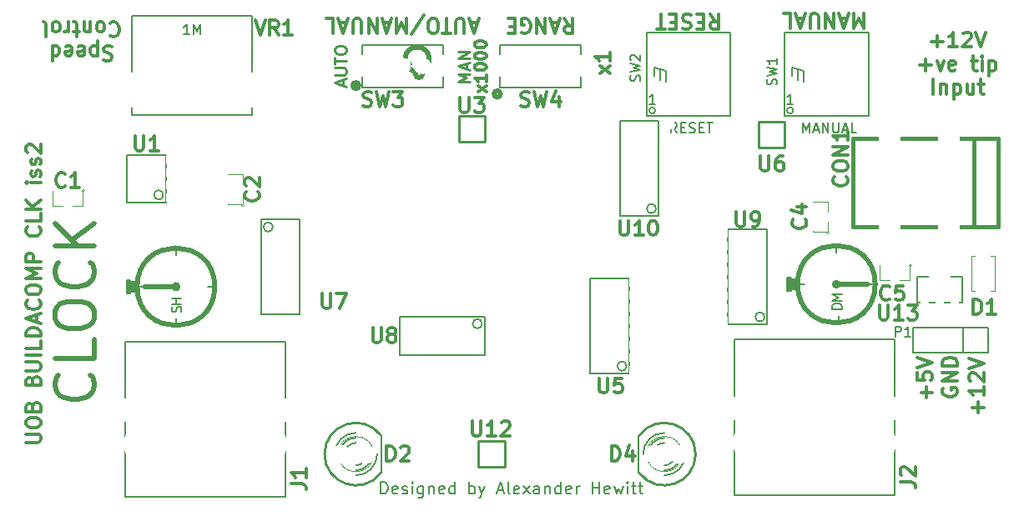
<source format=gto>
G04 (created by PCBNEW (2013-mar-13)-testing) date Tue 15 Oct 2013 19:00:41 BST*
%MOIN*%
G04 Gerber Fmt 3.4, Leading zero omitted, Abs format*
%FSLAX34Y34*%
G01*
G70*
G90*
G04 APERTURE LIST*
%ADD10C,0.005906*%
%ADD11C,0.011811*%
%ADD12C,0.007874*%
%ADD13C,0.019685*%
%ADD14C,0.009843*%
%ADD15C,0.006693*%
%ADD16C,0.009800*%
%ADD17C,0.005000*%
%ADD18C,0.008000*%
%ADD19C,0.003000*%
%ADD20C,0.010000*%
%ADD21C,0.006000*%
%ADD22C,0.003900*%
%ADD23C,0.015000*%
%ADD24C,0.012000*%
%ADD25O,0.175197X0.139764*%
%ADD26C,0.088583*%
%ADD27R,0.021643X0.035443*%
%ADD28C,0.068898*%
%ADD29R,0.059843X0.034843*%
%ADD30R,0.034843X0.059843*%
%ADD31C,0.075843*%
%ADD32R,0.064843X0.044843*%
%ADD33R,0.044843X0.064843*%
%ADD34C,0.153543*%
%ADD35C,0.068943*%
%ADD36C,0.096457*%
%ADD37R,0.037443X0.072843*%
%ADD38R,0.037443X0.092543*%
%ADD39R,0.088543X0.118143*%
%ADD40R,0.088583X0.127953*%
%ADD41C,0.147638*%
%ADD42R,0.064943X0.096443*%
%ADD43R,0.064943X0.045243*%
%ADD44R,0.069843X0.069843*%
%ADD45C,0.069843*%
%ADD46C,0.061024*%
G04 APERTURE END LIST*
G54D10*
G54D11*
X38489Y-4831D02*
X38489Y-5421D01*
X38293Y-5000D01*
X38096Y-5421D01*
X38096Y-4831D01*
X37843Y-5000D02*
X37561Y-5000D01*
X37899Y-4831D02*
X37702Y-5421D01*
X37505Y-4831D01*
X37308Y-4831D02*
X37308Y-5421D01*
X36971Y-4831D01*
X36971Y-5421D01*
X36690Y-5421D02*
X36690Y-4943D01*
X36661Y-4887D01*
X36633Y-4859D01*
X36577Y-4831D01*
X36465Y-4831D01*
X36408Y-4859D01*
X36380Y-4887D01*
X36352Y-4943D01*
X36352Y-5421D01*
X36099Y-5000D02*
X35818Y-5000D01*
X36155Y-4831D02*
X35958Y-5421D01*
X35762Y-4831D01*
X35284Y-4831D02*
X35565Y-4831D01*
X35565Y-5421D01*
G54D12*
X30492Y-8139D02*
X30492Y-8464D01*
G54D13*
X20364Y-6850D02*
G75*
G03X20364Y-6850I-9J0D01*
G74*
G01*
X20870Y-7253D02*
G75*
G03X20870Y-7253I-141J0D01*
G74*
G01*
X21146Y-6653D02*
G75*
G03X21146Y-6653I-487J0D01*
G74*
G01*
X23990Y-8041D02*
G75*
G03X23990Y-8041I-132J0D01*
G74*
G01*
X18336Y-7706D02*
G75*
G03X18336Y-7706I-127J0D01*
G74*
G01*
G54D11*
X8473Y-6138D02*
X8388Y-6110D01*
X8248Y-6110D01*
X8191Y-6138D01*
X8163Y-6167D01*
X8135Y-6223D01*
X8135Y-6279D01*
X8163Y-6335D01*
X8191Y-6363D01*
X8248Y-6392D01*
X8360Y-6420D01*
X8416Y-6448D01*
X8444Y-6476D01*
X8473Y-6532D01*
X8473Y-6588D01*
X8444Y-6645D01*
X8416Y-6673D01*
X8360Y-6701D01*
X8219Y-6701D01*
X8135Y-6673D01*
X7882Y-6504D02*
X7882Y-5913D01*
X7882Y-6476D02*
X7826Y-6504D01*
X7713Y-6504D01*
X7657Y-6476D01*
X7629Y-6448D01*
X7601Y-6392D01*
X7601Y-6223D01*
X7629Y-6167D01*
X7657Y-6138D01*
X7713Y-6110D01*
X7826Y-6110D01*
X7882Y-6138D01*
X7123Y-6138D02*
X7179Y-6110D01*
X7291Y-6110D01*
X7348Y-6138D01*
X7376Y-6195D01*
X7376Y-6420D01*
X7348Y-6476D01*
X7291Y-6504D01*
X7179Y-6504D01*
X7123Y-6476D01*
X7095Y-6420D01*
X7095Y-6363D01*
X7376Y-6307D01*
X6616Y-6138D02*
X6673Y-6110D01*
X6785Y-6110D01*
X6841Y-6138D01*
X6870Y-6195D01*
X6870Y-6420D01*
X6841Y-6476D01*
X6785Y-6504D01*
X6673Y-6504D01*
X6616Y-6476D01*
X6588Y-6420D01*
X6588Y-6363D01*
X6870Y-6307D01*
X6082Y-6110D02*
X6082Y-6701D01*
X6082Y-6138D02*
X6138Y-6110D01*
X6251Y-6110D01*
X6307Y-6138D01*
X6335Y-6167D01*
X6363Y-6223D01*
X6363Y-6392D01*
X6335Y-6448D01*
X6307Y-6476D01*
X6251Y-6504D01*
X6138Y-6504D01*
X6082Y-6476D01*
X8388Y-5222D02*
X8416Y-5194D01*
X8501Y-5165D01*
X8557Y-5165D01*
X8641Y-5194D01*
X8697Y-5250D01*
X8726Y-5306D01*
X8754Y-5419D01*
X8754Y-5503D01*
X8726Y-5615D01*
X8697Y-5672D01*
X8641Y-5728D01*
X8557Y-5756D01*
X8501Y-5756D01*
X8416Y-5728D01*
X8388Y-5700D01*
X8051Y-5165D02*
X8107Y-5194D01*
X8135Y-5222D01*
X8163Y-5278D01*
X8163Y-5447D01*
X8135Y-5503D01*
X8107Y-5531D01*
X8051Y-5559D01*
X7966Y-5559D01*
X7910Y-5531D01*
X7882Y-5503D01*
X7854Y-5447D01*
X7854Y-5278D01*
X7882Y-5222D01*
X7910Y-5194D01*
X7966Y-5165D01*
X8051Y-5165D01*
X7601Y-5559D02*
X7601Y-5165D01*
X7601Y-5503D02*
X7573Y-5531D01*
X7516Y-5559D01*
X7432Y-5559D01*
X7376Y-5531D01*
X7348Y-5475D01*
X7348Y-5165D01*
X7151Y-5559D02*
X6926Y-5559D01*
X7066Y-5756D02*
X7066Y-5250D01*
X7038Y-5194D01*
X6982Y-5165D01*
X6926Y-5165D01*
X6729Y-5165D02*
X6729Y-5559D01*
X6729Y-5447D02*
X6701Y-5503D01*
X6673Y-5531D01*
X6616Y-5559D01*
X6560Y-5559D01*
X6279Y-5165D02*
X6335Y-5194D01*
X6363Y-5222D01*
X6392Y-5278D01*
X6392Y-5447D01*
X6363Y-5503D01*
X6335Y-5531D01*
X6279Y-5559D01*
X6195Y-5559D01*
X6138Y-5531D01*
X6110Y-5503D01*
X6082Y-5447D01*
X6082Y-5278D01*
X6110Y-5222D01*
X6138Y-5194D01*
X6195Y-5165D01*
X6279Y-5165D01*
X5745Y-5165D02*
X5801Y-5194D01*
X5829Y-5250D01*
X5829Y-5756D01*
X41203Y-5937D02*
X41653Y-5937D01*
X41428Y-6162D02*
X41428Y-5712D01*
X42244Y-6162D02*
X41906Y-6162D01*
X42075Y-6162D02*
X42075Y-5572D01*
X42019Y-5656D01*
X41962Y-5712D01*
X41906Y-5741D01*
X42469Y-5628D02*
X42497Y-5600D01*
X42553Y-5572D01*
X42694Y-5572D01*
X42750Y-5600D01*
X42778Y-5628D01*
X42806Y-5684D01*
X42806Y-5741D01*
X42778Y-5825D01*
X42440Y-6162D01*
X42806Y-6162D01*
X42975Y-5572D02*
X43172Y-6162D01*
X43368Y-5572D01*
X40739Y-6882D02*
X41189Y-6882D01*
X40964Y-7107D02*
X40964Y-6657D01*
X41414Y-6714D02*
X41555Y-7107D01*
X41695Y-6714D01*
X42145Y-7079D02*
X42089Y-7107D01*
X41976Y-7107D01*
X41920Y-7079D01*
X41892Y-7023D01*
X41892Y-6798D01*
X41920Y-6742D01*
X41976Y-6714D01*
X42089Y-6714D01*
X42145Y-6742D01*
X42173Y-6798D01*
X42173Y-6854D01*
X41892Y-6910D01*
X42792Y-6714D02*
X43017Y-6714D01*
X42876Y-6517D02*
X42876Y-7023D01*
X42904Y-7079D01*
X42961Y-7107D01*
X43017Y-7107D01*
X43214Y-7107D02*
X43214Y-6714D01*
X43214Y-6517D02*
X43186Y-6545D01*
X43214Y-6573D01*
X43242Y-6545D01*
X43214Y-6517D01*
X43214Y-6573D01*
X43495Y-6714D02*
X43495Y-7304D01*
X43495Y-6742D02*
X43551Y-6714D01*
X43664Y-6714D01*
X43720Y-6742D01*
X43748Y-6770D01*
X43776Y-6826D01*
X43776Y-6995D01*
X43748Y-7051D01*
X43720Y-7079D01*
X43664Y-7107D01*
X43551Y-7107D01*
X43495Y-7079D01*
X41273Y-8052D02*
X41273Y-7462D01*
X41555Y-7658D02*
X41555Y-8052D01*
X41555Y-7715D02*
X41583Y-7687D01*
X41639Y-7658D01*
X41723Y-7658D01*
X41780Y-7687D01*
X41808Y-7743D01*
X41808Y-8052D01*
X42089Y-7658D02*
X42089Y-8249D01*
X42089Y-7687D02*
X42145Y-7658D01*
X42258Y-7658D01*
X42314Y-7687D01*
X42342Y-7715D01*
X42370Y-7771D01*
X42370Y-7940D01*
X42342Y-7996D01*
X42314Y-8024D01*
X42258Y-8052D01*
X42145Y-8052D01*
X42089Y-8024D01*
X42876Y-7658D02*
X42876Y-8052D01*
X42623Y-7658D02*
X42623Y-7968D01*
X42651Y-8024D01*
X42708Y-8052D01*
X42792Y-8052D01*
X42848Y-8024D01*
X42876Y-7996D01*
X43073Y-7658D02*
X43298Y-7658D01*
X43158Y-7462D02*
X43158Y-7968D01*
X43186Y-8024D01*
X43242Y-8052D01*
X43298Y-8052D01*
X43063Y-20794D02*
X43063Y-20344D01*
X43288Y-20569D02*
X42838Y-20569D01*
X43288Y-19753D02*
X43288Y-20091D01*
X43288Y-19922D02*
X42698Y-19922D01*
X42782Y-19978D01*
X42838Y-20035D01*
X42866Y-20091D01*
X42754Y-19528D02*
X42726Y-19500D01*
X42698Y-19444D01*
X42698Y-19303D01*
X42726Y-19247D01*
X42754Y-19219D01*
X42810Y-19191D01*
X42866Y-19191D01*
X42951Y-19219D01*
X43288Y-19557D01*
X43288Y-19191D01*
X42698Y-19022D02*
X43288Y-18825D01*
X42698Y-18629D01*
X41673Y-19810D02*
X41645Y-19866D01*
X41645Y-19950D01*
X41673Y-20035D01*
X41729Y-20091D01*
X41785Y-20119D01*
X41898Y-20147D01*
X41982Y-20147D01*
X42095Y-20119D01*
X42151Y-20091D01*
X42207Y-20035D01*
X42235Y-19950D01*
X42235Y-19894D01*
X42207Y-19810D01*
X42179Y-19782D01*
X41982Y-19782D01*
X41982Y-19894D01*
X42235Y-19528D02*
X41645Y-19528D01*
X42235Y-19191D01*
X41645Y-19191D01*
X42235Y-18910D02*
X41645Y-18910D01*
X41645Y-18769D01*
X41673Y-18685D01*
X41729Y-18629D01*
X41785Y-18600D01*
X41898Y-18572D01*
X41982Y-18572D01*
X42095Y-18600D01*
X42151Y-18629D01*
X42207Y-18685D01*
X42235Y-18769D01*
X42235Y-18910D01*
X41006Y-20198D02*
X41006Y-19748D01*
X41231Y-19973D02*
X40781Y-19973D01*
X40641Y-19185D02*
X40641Y-19467D01*
X40922Y-19495D01*
X40894Y-19467D01*
X40866Y-19410D01*
X40866Y-19270D01*
X40894Y-19214D01*
X40922Y-19185D01*
X40978Y-19157D01*
X41119Y-19157D01*
X41175Y-19185D01*
X41203Y-19214D01*
X41231Y-19270D01*
X41231Y-19410D01*
X41203Y-19467D01*
X41175Y-19495D01*
X40641Y-18989D02*
X41231Y-18792D01*
X40641Y-18595D01*
X26532Y-5028D02*
X26729Y-5309D01*
X26870Y-5028D02*
X26870Y-5618D01*
X26645Y-5618D01*
X26588Y-5590D01*
X26560Y-5562D01*
X26532Y-5506D01*
X26532Y-5421D01*
X26560Y-5365D01*
X26588Y-5337D01*
X26645Y-5309D01*
X26870Y-5309D01*
X26307Y-5196D02*
X26026Y-5196D01*
X26363Y-5028D02*
X26167Y-5618D01*
X25970Y-5028D01*
X25773Y-5028D02*
X25773Y-5618D01*
X25435Y-5028D01*
X25435Y-5618D01*
X24845Y-5590D02*
X24901Y-5618D01*
X24985Y-5618D01*
X25070Y-5590D01*
X25126Y-5534D01*
X25154Y-5478D01*
X25182Y-5365D01*
X25182Y-5281D01*
X25154Y-5168D01*
X25126Y-5112D01*
X25070Y-5056D01*
X24985Y-5028D01*
X24929Y-5028D01*
X24845Y-5056D01*
X24817Y-5084D01*
X24817Y-5281D01*
X24929Y-5281D01*
X24564Y-5337D02*
X24367Y-5337D01*
X24282Y-5028D02*
X24564Y-5028D01*
X24564Y-5618D01*
X24282Y-5618D01*
X23073Y-5196D02*
X22792Y-5196D01*
X23129Y-5028D02*
X22933Y-5618D01*
X22736Y-5028D01*
X22539Y-5618D02*
X22539Y-5140D01*
X22511Y-5084D01*
X22483Y-5056D01*
X22426Y-5028D01*
X22314Y-5028D01*
X22258Y-5056D01*
X22230Y-5084D01*
X22201Y-5140D01*
X22201Y-5618D01*
X22005Y-5618D02*
X21667Y-5618D01*
X21836Y-5028D02*
X21836Y-5618D01*
X21358Y-5618D02*
X21245Y-5618D01*
X21189Y-5590D01*
X21133Y-5534D01*
X21105Y-5421D01*
X21105Y-5224D01*
X21133Y-5112D01*
X21189Y-5056D01*
X21245Y-5028D01*
X21358Y-5028D01*
X21414Y-5056D01*
X21470Y-5112D01*
X21498Y-5224D01*
X21498Y-5421D01*
X21470Y-5534D01*
X21414Y-5590D01*
X21358Y-5618D01*
X20430Y-5646D02*
X20936Y-4887D01*
X20233Y-5028D02*
X20233Y-5618D01*
X20036Y-5196D01*
X19839Y-5618D01*
X19839Y-5028D01*
X19586Y-5196D02*
X19305Y-5196D01*
X19642Y-5028D02*
X19446Y-5618D01*
X19249Y-5028D01*
X19052Y-5028D02*
X19052Y-5618D01*
X18714Y-5028D01*
X18714Y-5618D01*
X18433Y-5618D02*
X18433Y-5140D01*
X18405Y-5084D01*
X18377Y-5056D01*
X18321Y-5028D01*
X18208Y-5028D01*
X18152Y-5056D01*
X18124Y-5084D01*
X18096Y-5140D01*
X18096Y-5618D01*
X17843Y-5196D02*
X17561Y-5196D01*
X17899Y-5028D02*
X17702Y-5618D01*
X17505Y-5028D01*
X17027Y-5028D02*
X17308Y-5028D01*
X17308Y-5618D01*
G54D14*
X17696Y-7696D02*
X17696Y-7471D01*
X17831Y-7741D02*
X17359Y-7584D01*
X17831Y-7426D01*
X17359Y-7269D02*
X17741Y-7269D01*
X17786Y-7246D01*
X17809Y-7224D01*
X17831Y-7179D01*
X17831Y-7089D01*
X17809Y-7044D01*
X17786Y-7021D01*
X17741Y-6999D01*
X17359Y-6999D01*
X17359Y-6841D02*
X17359Y-6571D01*
X17831Y-6706D02*
X17359Y-6706D01*
X17359Y-6324D02*
X17359Y-6234D01*
X17381Y-6189D01*
X17426Y-6144D01*
X17516Y-6122D01*
X17674Y-6122D01*
X17764Y-6144D01*
X17809Y-6189D01*
X17831Y-6234D01*
X17831Y-6324D01*
X17809Y-6369D01*
X17764Y-6414D01*
X17674Y-6437D01*
X17516Y-6437D01*
X17426Y-6414D01*
X17381Y-6369D01*
X17359Y-6324D01*
X22772Y-7556D02*
X22300Y-7556D01*
X22637Y-7398D01*
X22300Y-7241D01*
X22772Y-7241D01*
X22637Y-7038D02*
X22637Y-6813D01*
X22772Y-7083D02*
X22300Y-6926D01*
X22772Y-6768D01*
X22772Y-6611D02*
X22300Y-6611D01*
X22772Y-6341D01*
X22300Y-6341D01*
G54D11*
X28357Y-7227D02*
X27964Y-6917D01*
X27964Y-7227D02*
X28357Y-6917D01*
X28357Y-6383D02*
X28357Y-6721D01*
X28357Y-6552D02*
X27767Y-6552D01*
X27851Y-6608D01*
X27907Y-6664D01*
X27935Y-6721D01*
G54D12*
X19212Y-24032D02*
X19212Y-23560D01*
X19325Y-23560D01*
X19392Y-23582D01*
X19437Y-23627D01*
X19460Y-23672D01*
X19482Y-23762D01*
X19482Y-23830D01*
X19460Y-23920D01*
X19437Y-23965D01*
X19392Y-24010D01*
X19325Y-24032D01*
X19212Y-24032D01*
X19865Y-24010D02*
X19820Y-24032D01*
X19730Y-24032D01*
X19685Y-24010D01*
X19662Y-23965D01*
X19662Y-23785D01*
X19685Y-23740D01*
X19730Y-23717D01*
X19820Y-23717D01*
X19865Y-23740D01*
X19887Y-23785D01*
X19887Y-23830D01*
X19662Y-23875D01*
X20067Y-24010D02*
X20112Y-24032D01*
X20202Y-24032D01*
X20247Y-24010D01*
X20269Y-23965D01*
X20269Y-23942D01*
X20247Y-23897D01*
X20202Y-23875D01*
X20134Y-23875D01*
X20089Y-23852D01*
X20067Y-23807D01*
X20067Y-23785D01*
X20089Y-23740D01*
X20134Y-23717D01*
X20202Y-23717D01*
X20247Y-23740D01*
X20472Y-24032D02*
X20472Y-23717D01*
X20472Y-23560D02*
X20449Y-23582D01*
X20472Y-23605D01*
X20494Y-23582D01*
X20472Y-23560D01*
X20472Y-23605D01*
X20899Y-23717D02*
X20899Y-24100D01*
X20877Y-24145D01*
X20854Y-24167D01*
X20809Y-24190D01*
X20742Y-24190D01*
X20697Y-24167D01*
X20899Y-24010D02*
X20854Y-24032D01*
X20764Y-24032D01*
X20719Y-24010D01*
X20697Y-23987D01*
X20674Y-23942D01*
X20674Y-23807D01*
X20697Y-23762D01*
X20719Y-23740D01*
X20764Y-23717D01*
X20854Y-23717D01*
X20899Y-23740D01*
X21124Y-23717D02*
X21124Y-24032D01*
X21124Y-23762D02*
X21147Y-23740D01*
X21192Y-23717D01*
X21259Y-23717D01*
X21304Y-23740D01*
X21327Y-23785D01*
X21327Y-24032D01*
X21732Y-24010D02*
X21687Y-24032D01*
X21597Y-24032D01*
X21552Y-24010D01*
X21529Y-23965D01*
X21529Y-23785D01*
X21552Y-23740D01*
X21597Y-23717D01*
X21687Y-23717D01*
X21732Y-23740D01*
X21754Y-23785D01*
X21754Y-23830D01*
X21529Y-23875D01*
X22159Y-24032D02*
X22159Y-23560D01*
X22159Y-24010D02*
X22114Y-24032D01*
X22024Y-24032D01*
X21979Y-24010D01*
X21957Y-23987D01*
X21934Y-23942D01*
X21934Y-23807D01*
X21957Y-23762D01*
X21979Y-23740D01*
X22024Y-23717D01*
X22114Y-23717D01*
X22159Y-23740D01*
X22744Y-24032D02*
X22744Y-23560D01*
X22744Y-23740D02*
X22789Y-23717D01*
X22879Y-23717D01*
X22924Y-23740D01*
X22947Y-23762D01*
X22969Y-23807D01*
X22969Y-23942D01*
X22947Y-23987D01*
X22924Y-24010D01*
X22879Y-24032D01*
X22789Y-24032D01*
X22744Y-24010D01*
X23127Y-23717D02*
X23239Y-24032D01*
X23352Y-23717D02*
X23239Y-24032D01*
X23194Y-24145D01*
X23172Y-24167D01*
X23127Y-24190D01*
X23869Y-23897D02*
X24094Y-23897D01*
X23824Y-24032D02*
X23982Y-23560D01*
X24139Y-24032D01*
X24364Y-24032D02*
X24319Y-24010D01*
X24296Y-23965D01*
X24296Y-23560D01*
X24724Y-24010D02*
X24679Y-24032D01*
X24589Y-24032D01*
X24544Y-24010D01*
X24521Y-23965D01*
X24521Y-23785D01*
X24544Y-23740D01*
X24589Y-23717D01*
X24679Y-23717D01*
X24724Y-23740D01*
X24746Y-23785D01*
X24746Y-23830D01*
X24521Y-23875D01*
X24904Y-24032D02*
X25151Y-23717D01*
X24904Y-23717D02*
X25151Y-24032D01*
X25534Y-24032D02*
X25534Y-23785D01*
X25511Y-23740D01*
X25466Y-23717D01*
X25376Y-23717D01*
X25331Y-23740D01*
X25534Y-24010D02*
X25489Y-24032D01*
X25376Y-24032D01*
X25331Y-24010D01*
X25309Y-23965D01*
X25309Y-23920D01*
X25331Y-23875D01*
X25376Y-23852D01*
X25489Y-23852D01*
X25534Y-23830D01*
X25759Y-23717D02*
X25759Y-24032D01*
X25759Y-23762D02*
X25781Y-23740D01*
X25826Y-23717D01*
X25894Y-23717D01*
X25939Y-23740D01*
X25961Y-23785D01*
X25961Y-24032D01*
X26389Y-24032D02*
X26389Y-23560D01*
X26389Y-24010D02*
X26344Y-24032D01*
X26254Y-24032D01*
X26209Y-24010D01*
X26186Y-23987D01*
X26164Y-23942D01*
X26164Y-23807D01*
X26186Y-23762D01*
X26209Y-23740D01*
X26254Y-23717D01*
X26344Y-23717D01*
X26389Y-23740D01*
X26794Y-24010D02*
X26749Y-24032D01*
X26659Y-24032D01*
X26614Y-24010D01*
X26591Y-23965D01*
X26591Y-23785D01*
X26614Y-23740D01*
X26659Y-23717D01*
X26749Y-23717D01*
X26794Y-23740D01*
X26816Y-23785D01*
X26816Y-23830D01*
X26591Y-23875D01*
X27019Y-24032D02*
X27019Y-23717D01*
X27019Y-23807D02*
X27041Y-23762D01*
X27064Y-23740D01*
X27109Y-23717D01*
X27154Y-23717D01*
X27671Y-24032D02*
X27671Y-23560D01*
X27671Y-23785D02*
X27941Y-23785D01*
X27941Y-24032D02*
X27941Y-23560D01*
X28346Y-24010D02*
X28301Y-24032D01*
X28211Y-24032D01*
X28166Y-24010D01*
X28143Y-23965D01*
X28143Y-23785D01*
X28166Y-23740D01*
X28211Y-23717D01*
X28301Y-23717D01*
X28346Y-23740D01*
X28368Y-23785D01*
X28368Y-23830D01*
X28143Y-23875D01*
X28526Y-23717D02*
X28616Y-24032D01*
X28706Y-23807D01*
X28796Y-24032D01*
X28886Y-23717D01*
X29066Y-24032D02*
X29066Y-23717D01*
X29066Y-23560D02*
X29043Y-23582D01*
X29066Y-23605D01*
X29088Y-23582D01*
X29066Y-23560D01*
X29066Y-23605D01*
X29223Y-23717D02*
X29403Y-23717D01*
X29291Y-23560D02*
X29291Y-23965D01*
X29313Y-24010D01*
X29358Y-24032D01*
X29403Y-24032D01*
X29493Y-23717D02*
X29673Y-23717D01*
X29561Y-23560D02*
X29561Y-23965D01*
X29583Y-24010D01*
X29628Y-24032D01*
X29673Y-24032D01*
G54D15*
X37619Y-16638D02*
X37225Y-16638D01*
X37225Y-16544D01*
X37244Y-16488D01*
X37281Y-16451D01*
X37319Y-16432D01*
X37394Y-16413D01*
X37450Y-16413D01*
X37525Y-16432D01*
X37562Y-16451D01*
X37600Y-16488D01*
X37619Y-16544D01*
X37619Y-16638D01*
X37619Y-16312D02*
X37225Y-16312D01*
X37506Y-16181D01*
X37225Y-16049D01*
X37619Y-16049D01*
X11241Y-16451D02*
X10847Y-16451D01*
X11034Y-16451D02*
X11034Y-16226D01*
X11241Y-16226D02*
X10847Y-16226D01*
X11222Y-16766D02*
X11241Y-16709D01*
X11241Y-16616D01*
X11222Y-16578D01*
X11203Y-16559D01*
X11166Y-16541D01*
X11128Y-16541D01*
X11091Y-16559D01*
X11072Y-16578D01*
X11053Y-16616D01*
X11034Y-16691D01*
X11016Y-16728D01*
X10997Y-16747D01*
X10959Y-16766D01*
X10922Y-16766D01*
X10884Y-16747D01*
X10866Y-16728D01*
X10847Y-16691D01*
X10847Y-16597D01*
X10866Y-16541D01*
G54D13*
X11111Y-15748D02*
G75*
G03X11111Y-15748I-88J0D01*
G74*
G01*
G54D12*
X12559Y-15748D02*
X12283Y-15748D01*
X11023Y-14212D02*
X11023Y-14488D01*
X11023Y-17283D02*
X11023Y-17007D01*
X9488Y-15748D02*
X9763Y-15748D01*
G54D13*
X37480Y-15649D02*
G75*
G03X37480Y-15649I-78J0D01*
G74*
G01*
G54D12*
X37401Y-14114D02*
X37401Y-14389D01*
X35866Y-15649D02*
X36141Y-15649D01*
X37480Y-17185D02*
X37480Y-16909D01*
X38937Y-15649D02*
X38661Y-15649D01*
G54D13*
X38952Y-15649D02*
G75*
G03X38952Y-15649I-1551J0D01*
G74*
G01*
X38661Y-15649D02*
X37401Y-15649D01*
X11023Y-15748D02*
X9763Y-15748D01*
X12574Y-15748D02*
G75*
G03X12574Y-15748I-1551J0D01*
G74*
G01*
G54D11*
X5030Y-21971D02*
X5508Y-21971D01*
X5565Y-21943D01*
X5593Y-21915D01*
X5621Y-21858D01*
X5621Y-21746D01*
X5593Y-21690D01*
X5565Y-21661D01*
X5508Y-21633D01*
X5030Y-21633D01*
X5030Y-21240D02*
X5030Y-21127D01*
X5059Y-21071D01*
X5115Y-21015D01*
X5227Y-20987D01*
X5424Y-20987D01*
X5537Y-21015D01*
X5593Y-21071D01*
X5621Y-21127D01*
X5621Y-21240D01*
X5593Y-21296D01*
X5537Y-21352D01*
X5424Y-21380D01*
X5227Y-21380D01*
X5115Y-21352D01*
X5059Y-21296D01*
X5030Y-21240D01*
X5312Y-20537D02*
X5340Y-20452D01*
X5368Y-20424D01*
X5424Y-20396D01*
X5508Y-20396D01*
X5565Y-20424D01*
X5593Y-20452D01*
X5621Y-20508D01*
X5621Y-20733D01*
X5030Y-20733D01*
X5030Y-20537D01*
X5059Y-20480D01*
X5087Y-20452D01*
X5143Y-20424D01*
X5199Y-20424D01*
X5255Y-20452D01*
X5284Y-20480D01*
X5312Y-20537D01*
X5312Y-20733D01*
X5312Y-19496D02*
X5340Y-19412D01*
X5368Y-19384D01*
X5424Y-19356D01*
X5508Y-19356D01*
X5565Y-19384D01*
X5593Y-19412D01*
X5621Y-19468D01*
X5621Y-19693D01*
X5030Y-19693D01*
X5030Y-19496D01*
X5059Y-19440D01*
X5087Y-19412D01*
X5143Y-19384D01*
X5199Y-19384D01*
X5255Y-19412D01*
X5284Y-19440D01*
X5312Y-19496D01*
X5312Y-19693D01*
X5030Y-19102D02*
X5508Y-19102D01*
X5565Y-19074D01*
X5593Y-19046D01*
X5621Y-18990D01*
X5621Y-18877D01*
X5593Y-18821D01*
X5565Y-18793D01*
X5508Y-18765D01*
X5030Y-18765D01*
X5621Y-18484D02*
X5030Y-18484D01*
X5621Y-17921D02*
X5621Y-18203D01*
X5030Y-18203D01*
X5621Y-17724D02*
X5030Y-17724D01*
X5030Y-17584D01*
X5059Y-17500D01*
X5115Y-17443D01*
X5171Y-17415D01*
X5284Y-17387D01*
X5368Y-17387D01*
X5480Y-17415D01*
X5537Y-17443D01*
X5593Y-17500D01*
X5621Y-17584D01*
X5621Y-17724D01*
X5452Y-17162D02*
X5452Y-16881D01*
X5621Y-17218D02*
X5030Y-17021D01*
X5621Y-16825D01*
X5565Y-16290D02*
X5593Y-16318D01*
X5621Y-16403D01*
X5621Y-16459D01*
X5593Y-16543D01*
X5537Y-16600D01*
X5480Y-16628D01*
X5368Y-16656D01*
X5284Y-16656D01*
X5171Y-16628D01*
X5115Y-16600D01*
X5059Y-16543D01*
X5030Y-16459D01*
X5030Y-16403D01*
X5059Y-16318D01*
X5087Y-16290D01*
X5030Y-15925D02*
X5030Y-15812D01*
X5059Y-15756D01*
X5115Y-15700D01*
X5227Y-15672D01*
X5424Y-15672D01*
X5537Y-15700D01*
X5593Y-15756D01*
X5621Y-15812D01*
X5621Y-15925D01*
X5593Y-15981D01*
X5537Y-16037D01*
X5424Y-16065D01*
X5227Y-16065D01*
X5115Y-16037D01*
X5059Y-15981D01*
X5030Y-15925D01*
X5621Y-15419D02*
X5030Y-15419D01*
X5452Y-15222D01*
X5030Y-15025D01*
X5621Y-15025D01*
X5621Y-14744D02*
X5030Y-14744D01*
X5030Y-14519D01*
X5059Y-14462D01*
X5087Y-14434D01*
X5143Y-14406D01*
X5227Y-14406D01*
X5284Y-14434D01*
X5312Y-14462D01*
X5340Y-14519D01*
X5340Y-14744D01*
X5565Y-13366D02*
X5593Y-13394D01*
X5621Y-13478D01*
X5621Y-13534D01*
X5593Y-13619D01*
X5537Y-13675D01*
X5480Y-13703D01*
X5368Y-13731D01*
X5284Y-13731D01*
X5171Y-13703D01*
X5115Y-13675D01*
X5059Y-13619D01*
X5030Y-13534D01*
X5030Y-13478D01*
X5059Y-13394D01*
X5087Y-13366D01*
X5621Y-12831D02*
X5621Y-13113D01*
X5030Y-13113D01*
X5621Y-12634D02*
X5030Y-12634D01*
X5621Y-12297D02*
X5284Y-12550D01*
X5030Y-12297D02*
X5368Y-12634D01*
X5621Y-11594D02*
X5227Y-11594D01*
X5030Y-11594D02*
X5059Y-11622D01*
X5087Y-11594D01*
X5059Y-11566D01*
X5030Y-11594D01*
X5087Y-11594D01*
X5593Y-11341D02*
X5621Y-11285D01*
X5621Y-11172D01*
X5593Y-11116D01*
X5537Y-11088D01*
X5508Y-11088D01*
X5452Y-11116D01*
X5424Y-11172D01*
X5424Y-11257D01*
X5396Y-11313D01*
X5340Y-11341D01*
X5312Y-11341D01*
X5255Y-11313D01*
X5227Y-11257D01*
X5227Y-11172D01*
X5255Y-11116D01*
X5593Y-10863D02*
X5621Y-10807D01*
X5621Y-10694D01*
X5593Y-10638D01*
X5537Y-10610D01*
X5508Y-10610D01*
X5452Y-10638D01*
X5424Y-10694D01*
X5424Y-10778D01*
X5396Y-10835D01*
X5340Y-10863D01*
X5312Y-10863D01*
X5255Y-10835D01*
X5227Y-10778D01*
X5227Y-10694D01*
X5255Y-10638D01*
X5087Y-10385D02*
X5059Y-10357D01*
X5030Y-10300D01*
X5030Y-10160D01*
X5059Y-10104D01*
X5087Y-10075D01*
X5143Y-10047D01*
X5199Y-10047D01*
X5284Y-10075D01*
X5621Y-10413D01*
X5621Y-10047D01*
G54D13*
X7609Y-19281D02*
X7684Y-19356D01*
X7759Y-19581D01*
X7759Y-19731D01*
X7684Y-19956D01*
X7534Y-20106D01*
X7384Y-20181D01*
X7084Y-20256D01*
X6859Y-20256D01*
X6559Y-20181D01*
X6409Y-20106D01*
X6259Y-19956D01*
X6184Y-19731D01*
X6184Y-19581D01*
X6259Y-19356D01*
X6334Y-19281D01*
X7759Y-17857D02*
X7759Y-18607D01*
X6184Y-18607D01*
X6184Y-17032D02*
X6184Y-16732D01*
X6259Y-16582D01*
X6409Y-16432D01*
X6709Y-16357D01*
X7234Y-16357D01*
X7534Y-16432D01*
X7684Y-16582D01*
X7759Y-16732D01*
X7759Y-17032D01*
X7684Y-17182D01*
X7534Y-17332D01*
X7234Y-17407D01*
X6709Y-17407D01*
X6409Y-17332D01*
X6259Y-17182D01*
X6184Y-17032D01*
X7609Y-14782D02*
X7684Y-14857D01*
X7759Y-15082D01*
X7759Y-15232D01*
X7684Y-15457D01*
X7534Y-15607D01*
X7384Y-15682D01*
X7084Y-15757D01*
X6859Y-15757D01*
X6559Y-15682D01*
X6409Y-15607D01*
X6259Y-15457D01*
X6184Y-15232D01*
X6184Y-15082D01*
X6259Y-14857D01*
X6334Y-14782D01*
X7759Y-14107D02*
X6184Y-14107D01*
X7759Y-13207D02*
X6859Y-13882D01*
X6184Y-13207D02*
X7084Y-14107D01*
G54D11*
X23422Y-7952D02*
X23107Y-7705D01*
X23107Y-7952D02*
X23422Y-7705D01*
X23422Y-7277D02*
X23422Y-7547D01*
X23422Y-7412D02*
X22949Y-7412D01*
X23017Y-7457D01*
X23062Y-7502D01*
X23084Y-7547D01*
X22949Y-6985D02*
X22949Y-6940D01*
X22972Y-6895D01*
X22994Y-6872D01*
X23039Y-6850D01*
X23129Y-6827D01*
X23242Y-6827D01*
X23332Y-6850D01*
X23377Y-6872D01*
X23399Y-6895D01*
X23422Y-6940D01*
X23422Y-6985D01*
X23399Y-7030D01*
X23377Y-7052D01*
X23332Y-7075D01*
X23242Y-7097D01*
X23129Y-7097D01*
X23039Y-7075D01*
X22994Y-7052D01*
X22972Y-7030D01*
X22949Y-6985D01*
X22949Y-6535D02*
X22949Y-6490D01*
X22972Y-6445D01*
X22994Y-6422D01*
X23039Y-6400D01*
X23129Y-6377D01*
X23242Y-6377D01*
X23332Y-6400D01*
X23377Y-6422D01*
X23399Y-6445D01*
X23422Y-6490D01*
X23422Y-6535D01*
X23399Y-6580D01*
X23377Y-6602D01*
X23332Y-6625D01*
X23242Y-6647D01*
X23129Y-6647D01*
X23039Y-6625D01*
X22994Y-6602D01*
X22972Y-6580D01*
X22949Y-6535D01*
X22949Y-6085D02*
X22949Y-6040D01*
X22972Y-5995D01*
X22994Y-5973D01*
X23039Y-5950D01*
X23129Y-5928D01*
X23242Y-5928D01*
X23332Y-5950D01*
X23377Y-5973D01*
X23399Y-5995D01*
X23422Y-6040D01*
X23422Y-6085D01*
X23399Y-6130D01*
X23377Y-6152D01*
X23332Y-6175D01*
X23242Y-6197D01*
X23129Y-6197D01*
X23039Y-6175D01*
X22994Y-6152D01*
X22972Y-6130D01*
X22949Y-6085D01*
X32353Y-4860D02*
X32550Y-5142D01*
X32691Y-4860D02*
X32691Y-5451D01*
X32466Y-5451D01*
X32410Y-5423D01*
X32381Y-5395D01*
X32353Y-5338D01*
X32353Y-5254D01*
X32381Y-5198D01*
X32410Y-5170D01*
X32466Y-5142D01*
X32691Y-5142D01*
X32100Y-5170D02*
X31903Y-5170D01*
X31819Y-4860D02*
X32100Y-4860D01*
X32100Y-5451D01*
X31819Y-5451D01*
X31594Y-4888D02*
X31510Y-4860D01*
X31369Y-4860D01*
X31313Y-4888D01*
X31285Y-4917D01*
X31257Y-4973D01*
X31257Y-5029D01*
X31285Y-5085D01*
X31313Y-5113D01*
X31369Y-5142D01*
X31482Y-5170D01*
X31538Y-5198D01*
X31566Y-5226D01*
X31594Y-5282D01*
X31594Y-5338D01*
X31566Y-5395D01*
X31538Y-5423D01*
X31482Y-5451D01*
X31341Y-5451D01*
X31257Y-5423D01*
X31003Y-5170D02*
X30807Y-5170D01*
X30722Y-4860D02*
X31003Y-4860D01*
X31003Y-5451D01*
X30722Y-5451D01*
X30553Y-5451D02*
X30216Y-5451D01*
X30385Y-4860D02*
X30385Y-5451D01*
G54D10*
X14074Y-8897D02*
X14074Y-4921D01*
X14074Y-4921D02*
X9271Y-4921D01*
X9271Y-4921D02*
X9271Y-8897D01*
X9271Y-8897D02*
X14074Y-8897D01*
G54D16*
X24157Y-22944D02*
X24157Y-21909D01*
X24157Y-21909D02*
X23102Y-21909D01*
X23102Y-21909D02*
X23102Y-22936D01*
X23106Y-22952D02*
X24157Y-22952D01*
X23369Y-9952D02*
X23369Y-8917D01*
X23369Y-8917D02*
X22314Y-8917D01*
X22314Y-8917D02*
X22314Y-9944D01*
X22318Y-9960D02*
X23369Y-9960D01*
X35338Y-10189D02*
X35338Y-9154D01*
X35338Y-9154D02*
X34283Y-9154D01*
X34283Y-9154D02*
X34283Y-10181D01*
X34287Y-10197D02*
X35338Y-10197D01*
G54D10*
X25590Y-6082D02*
X27204Y-6082D01*
X27204Y-6082D02*
X27204Y-7775D01*
X27204Y-7775D02*
X23976Y-7775D01*
X23976Y-7775D02*
X23976Y-6082D01*
X23976Y-6082D02*
X25590Y-6082D01*
X20078Y-6082D02*
X21692Y-6082D01*
X21692Y-6082D02*
X21692Y-7775D01*
X21692Y-7775D02*
X18464Y-7775D01*
X18464Y-7775D02*
X18464Y-6082D01*
X18464Y-6082D02*
X20078Y-6082D01*
G54D17*
X9062Y-12367D02*
X10622Y-12367D01*
X10622Y-12367D02*
X10622Y-10467D01*
X10622Y-10467D02*
X9062Y-10467D01*
X9062Y-10467D02*
X9062Y-12367D01*
X9062Y-12167D02*
X8632Y-12167D01*
X9062Y-11667D02*
X8632Y-11667D01*
X9062Y-11167D02*
X8632Y-11167D01*
X8632Y-10667D02*
X9062Y-10667D01*
X10622Y-10667D02*
X11052Y-10667D01*
X11052Y-11167D02*
X10622Y-11167D01*
X11052Y-11667D02*
X10622Y-11667D01*
X11052Y-12167D02*
X10622Y-12167D01*
X10518Y-12077D02*
G75*
G03X10518Y-12077I-186J0D01*
G74*
G01*
X28747Y-11773D02*
X28317Y-11773D01*
X28747Y-11273D02*
X28317Y-11273D01*
X28747Y-10773D02*
X28317Y-10773D01*
X28747Y-12273D02*
X28317Y-12273D01*
X28317Y-12773D02*
X28747Y-12773D01*
X28317Y-10273D02*
X28747Y-10273D01*
X28317Y-9773D02*
X28747Y-9773D01*
X28317Y-9273D02*
X28747Y-9273D01*
X30307Y-9273D02*
X30737Y-9273D01*
X30307Y-9773D02*
X30737Y-9773D01*
X30307Y-10273D02*
X30737Y-10273D01*
X30307Y-12773D02*
X30737Y-12773D01*
X30737Y-12273D02*
X30307Y-12273D01*
X30737Y-10773D02*
X30307Y-10773D01*
X30737Y-11273D02*
X30307Y-11273D01*
X30737Y-11773D02*
X30307Y-11773D01*
X30203Y-12623D02*
G75*
G03X30203Y-12623I-186J0D01*
G74*
G01*
X28747Y-12923D02*
X30307Y-12923D01*
X30307Y-12923D02*
X30307Y-9123D01*
X30307Y-9123D02*
X28747Y-9123D01*
X28747Y-9123D02*
X28747Y-12923D01*
X27566Y-18072D02*
X27136Y-18072D01*
X27566Y-17572D02*
X27136Y-17572D01*
X27566Y-17072D02*
X27136Y-17072D01*
X27566Y-18572D02*
X27136Y-18572D01*
X27136Y-19072D02*
X27566Y-19072D01*
X27136Y-16572D02*
X27566Y-16572D01*
X27136Y-16072D02*
X27566Y-16072D01*
X27136Y-15572D02*
X27566Y-15572D01*
X29126Y-15572D02*
X29556Y-15572D01*
X29126Y-16072D02*
X29556Y-16072D01*
X29126Y-16572D02*
X29556Y-16572D01*
X29126Y-19072D02*
X29556Y-19072D01*
X29556Y-18572D02*
X29126Y-18572D01*
X29556Y-17072D02*
X29126Y-17072D01*
X29556Y-17572D02*
X29126Y-17572D01*
X29556Y-18072D02*
X29126Y-18072D01*
X29022Y-18922D02*
G75*
G03X29022Y-18922I-186J0D01*
G74*
G01*
X27566Y-19222D02*
X29126Y-19222D01*
X29126Y-19222D02*
X29126Y-15422D01*
X29126Y-15422D02*
X27566Y-15422D01*
X27566Y-15422D02*
X27566Y-19222D01*
X33078Y-16104D02*
X32648Y-16104D01*
X33078Y-15604D02*
X32648Y-15604D01*
X33078Y-15104D02*
X32648Y-15104D01*
X33078Y-16604D02*
X32648Y-16604D01*
X32648Y-17104D02*
X33078Y-17104D01*
X32648Y-14604D02*
X33078Y-14604D01*
X32648Y-14104D02*
X33078Y-14104D01*
X32648Y-13604D02*
X33078Y-13604D01*
X34638Y-13604D02*
X35068Y-13604D01*
X34638Y-14104D02*
X35068Y-14104D01*
X34638Y-14604D02*
X35068Y-14604D01*
X34638Y-17104D02*
X35068Y-17104D01*
X35068Y-16604D02*
X34638Y-16604D01*
X35068Y-15104D02*
X34638Y-15104D01*
X35068Y-15604D02*
X34638Y-15604D01*
X35068Y-16104D02*
X34638Y-16104D01*
X34534Y-16954D02*
G75*
G03X34534Y-16954I-186J0D01*
G74*
G01*
X33078Y-17254D02*
X34638Y-17254D01*
X34638Y-17254D02*
X34638Y-13454D01*
X34638Y-13454D02*
X33078Y-13454D01*
X33078Y-13454D02*
X33078Y-17254D01*
X15976Y-14210D02*
X16406Y-14210D01*
X15976Y-14710D02*
X16406Y-14710D01*
X15976Y-15210D02*
X16406Y-15210D01*
X15976Y-13710D02*
X16406Y-13710D01*
X16406Y-13210D02*
X15976Y-13210D01*
X16406Y-15710D02*
X15976Y-15710D01*
X16406Y-16210D02*
X15976Y-16210D01*
X16406Y-16710D02*
X15976Y-16710D01*
X14416Y-16710D02*
X13986Y-16710D01*
X14416Y-16210D02*
X13986Y-16210D01*
X14416Y-15710D02*
X13986Y-15710D01*
X14416Y-13210D02*
X13986Y-13210D01*
X13986Y-13710D02*
X14416Y-13710D01*
X13986Y-15210D02*
X14416Y-15210D01*
X13986Y-14710D02*
X14416Y-14710D01*
X13986Y-14210D02*
X14416Y-14210D01*
X14892Y-13360D02*
G75*
G03X14892Y-13360I-186J0D01*
G74*
G01*
X15976Y-13060D02*
X14416Y-13060D01*
X14416Y-13060D02*
X14416Y-16860D01*
X14416Y-16860D02*
X15976Y-16860D01*
X15976Y-16860D02*
X15976Y-13060D01*
X23353Y-18496D02*
X23353Y-16936D01*
X23353Y-16936D02*
X19953Y-16936D01*
X19953Y-16936D02*
X19953Y-18496D01*
X19953Y-18496D02*
X23353Y-18496D01*
X22653Y-18496D02*
X22653Y-18926D01*
X22153Y-18496D02*
X22153Y-18926D01*
X21653Y-18496D02*
X21653Y-18926D01*
X23153Y-18496D02*
X23153Y-18926D01*
X21153Y-18926D02*
X21153Y-18496D01*
X20653Y-18926D02*
X20653Y-18496D01*
X20153Y-18926D02*
X20153Y-18496D01*
X20153Y-16936D02*
X20153Y-16506D01*
X20653Y-16936D02*
X20653Y-16506D01*
X23153Y-16936D02*
X23153Y-16506D01*
X22653Y-16506D02*
X22653Y-16936D01*
X21153Y-16506D02*
X21153Y-16936D01*
X21653Y-16506D02*
X21653Y-16936D01*
X22153Y-16506D02*
X22153Y-16936D01*
X23249Y-17226D02*
G75*
G03X23249Y-17226I-186J0D01*
G74*
G01*
G54D18*
X29509Y-21690D02*
X29509Y-23190D01*
G54D19*
X31237Y-22440D02*
G75*
G03X31237Y-22440I-707J0D01*
G74*
G01*
G54D20*
X29530Y-23191D02*
G75*
G03X29529Y-21690I999J751D01*
G74*
G01*
G54D21*
X30529Y-22890D02*
G75*
G03X30979Y-22440I0J450D01*
G74*
G01*
X30529Y-21990D02*
G75*
G03X30079Y-22440I0J-450D01*
G74*
G01*
X30529Y-23090D02*
G75*
G03X31179Y-22440I0J650D01*
G74*
G01*
X30529Y-21790D02*
G75*
G03X29879Y-22440I0J-650D01*
G74*
G01*
X30529Y-23290D02*
G75*
G03X31379Y-22440I0J850D01*
G74*
G01*
X30529Y-21590D02*
G75*
G03X29679Y-22440I0J-850D01*
G74*
G01*
G54D18*
X19230Y-23190D02*
X19230Y-21690D01*
G54D19*
X18917Y-22440D02*
G75*
G03X18917Y-22440I-707J0D01*
G74*
G01*
G54D20*
X19209Y-21689D02*
G75*
G03X19210Y-23190I-999J-751D01*
G74*
G01*
G54D21*
X18210Y-21990D02*
G75*
G03X17760Y-22440I0J-450D01*
G74*
G01*
X18210Y-22890D02*
G75*
G03X18660Y-22440I0J450D01*
G74*
G01*
X18210Y-21790D02*
G75*
G03X17560Y-22440I0J-650D01*
G74*
G01*
X18210Y-23090D02*
G75*
G03X18860Y-22440I0J650D01*
G74*
G01*
X18210Y-21590D02*
G75*
G03X17360Y-22440I0J-850D01*
G74*
G01*
X18210Y-23290D02*
G75*
G03X19060Y-22440I0J850D01*
G74*
G01*
G54D22*
X37121Y-13602D02*
G75*
G03X37121Y-13602I-50J0D01*
G74*
G01*
X37071Y-13152D02*
X37071Y-13552D01*
X37071Y-13552D02*
X36471Y-13552D01*
X36471Y-13552D02*
X36471Y-13152D01*
X36471Y-12752D02*
X36471Y-12352D01*
X36471Y-12352D02*
X37071Y-12352D01*
X37071Y-12352D02*
X37071Y-12752D01*
X40424Y-14896D02*
G75*
G03X40424Y-14896I-50J0D01*
G74*
G01*
X39924Y-14896D02*
X40324Y-14896D01*
X40324Y-14896D02*
X40324Y-15496D01*
X40324Y-15496D02*
X39924Y-15496D01*
X39524Y-15496D02*
X39124Y-15496D01*
X39124Y-15496D02*
X39124Y-14896D01*
X39124Y-14896D02*
X39524Y-14896D01*
X7392Y-11904D02*
G75*
G03X7392Y-11904I-50J0D01*
G74*
G01*
X6892Y-11904D02*
X7292Y-11904D01*
X7292Y-11904D02*
X7292Y-12504D01*
X7292Y-12504D02*
X6892Y-12504D01*
X6492Y-12504D02*
X6092Y-12504D01*
X6092Y-12504D02*
X6092Y-11904D01*
X6092Y-11904D02*
X6492Y-11904D01*
X13735Y-12500D02*
G75*
G03X13735Y-12500I-50J0D01*
G74*
G01*
X13685Y-12050D02*
X13685Y-12450D01*
X13685Y-12450D02*
X13085Y-12450D01*
X13085Y-12450D02*
X13085Y-12050D01*
X13085Y-11650D02*
X13085Y-11250D01*
X13085Y-11250D02*
X13685Y-11250D01*
X13685Y-11250D02*
X13685Y-11650D01*
G54D10*
X33334Y-17862D02*
X39736Y-17862D01*
X39736Y-17862D02*
X39736Y-24074D01*
X39736Y-24074D02*
X33334Y-24074D01*
X33334Y-24074D02*
X33334Y-17862D01*
X9003Y-17940D02*
X15405Y-17940D01*
X15405Y-17940D02*
X15405Y-24153D01*
X15405Y-24153D02*
X9003Y-24153D01*
X9003Y-24153D02*
X9003Y-17940D01*
G54D17*
X42025Y-16851D02*
X42225Y-16851D01*
X42225Y-16851D02*
X42225Y-16381D01*
X42025Y-16851D02*
X42025Y-16381D01*
X41435Y-16851D02*
X41435Y-16381D01*
X41635Y-16851D02*
X41635Y-16381D01*
X41435Y-16851D02*
X41635Y-16851D01*
X40845Y-16851D02*
X41045Y-16851D01*
X41045Y-16851D02*
X41045Y-16381D01*
X40845Y-16851D02*
X40845Y-16381D01*
X41180Y-15156D02*
X41890Y-15156D01*
X41890Y-15156D02*
X41890Y-15351D01*
X41180Y-15156D02*
X41180Y-15351D01*
X40630Y-16381D02*
X40630Y-15351D01*
X40630Y-15351D02*
X42440Y-15351D01*
X42440Y-15351D02*
X42440Y-16381D01*
X42440Y-16381D02*
X40630Y-16381D01*
G54D23*
X42913Y-13346D02*
X42913Y-9802D01*
X43858Y-13346D02*
X43858Y-9802D01*
X43858Y-9802D02*
X38070Y-9802D01*
X38070Y-9802D02*
X38070Y-13346D01*
X38070Y-13346D02*
X43858Y-13346D01*
G54D22*
X43563Y-14527D02*
X43740Y-14527D01*
X43741Y-15925D02*
X43741Y-14527D01*
X43741Y-15925D02*
X43544Y-15925D01*
X42992Y-15925D02*
X42795Y-15925D01*
X42795Y-15925D02*
X42795Y-14527D01*
X42795Y-14527D02*
X42972Y-14527D01*
G54D21*
X43458Y-17383D02*
X43458Y-18383D01*
X43458Y-18383D02*
X40458Y-18383D01*
X40458Y-18383D02*
X40458Y-17383D01*
X40458Y-17383D02*
X43458Y-17383D01*
X42458Y-18383D02*
X42458Y-17383D01*
G54D10*
X30173Y-8700D02*
G75*
G03X30173Y-8700I-124J0D01*
G74*
G01*
X30127Y-6968D02*
X30127Y-7322D01*
X30364Y-7047D02*
X30364Y-7480D01*
X30600Y-7125D02*
X30600Y-7559D01*
X30600Y-7125D02*
X30127Y-6968D01*
X29832Y-5570D02*
X33179Y-5570D01*
X33179Y-5570D02*
X33179Y-8917D01*
X33179Y-8917D02*
X29832Y-8917D01*
X29832Y-8917D02*
X29832Y-5570D01*
X35675Y-8700D02*
G75*
G03X35675Y-8700I-124J0D01*
G74*
G01*
X35629Y-6968D02*
X35629Y-7322D01*
X35866Y-7047D02*
X35866Y-7480D01*
X36102Y-7125D02*
X36102Y-7559D01*
X36102Y-7125D02*
X35629Y-6968D01*
X35334Y-5570D02*
X38681Y-5570D01*
X38681Y-5570D02*
X38681Y-8917D01*
X38681Y-8917D02*
X35334Y-8917D01*
X35334Y-8917D02*
X35334Y-5570D01*
G54D11*
X14187Y-5089D02*
X14384Y-5680D01*
X14580Y-5089D01*
X15115Y-5680D02*
X14918Y-5399D01*
X14777Y-5680D02*
X14777Y-5089D01*
X15002Y-5089D01*
X15059Y-5118D01*
X15087Y-5146D01*
X15115Y-5202D01*
X15115Y-5286D01*
X15087Y-5343D01*
X15059Y-5371D01*
X15002Y-5399D01*
X14777Y-5399D01*
X15677Y-5680D02*
X15340Y-5680D01*
X15508Y-5680D02*
X15508Y-5089D01*
X15452Y-5174D01*
X15396Y-5230D01*
X15340Y-5258D01*
G54D10*
X11560Y-5650D02*
X11335Y-5650D01*
X11448Y-5650D02*
X11448Y-5256D01*
X11410Y-5313D01*
X11373Y-5350D01*
X11335Y-5369D01*
X11729Y-5650D02*
X11729Y-5256D01*
X11860Y-5538D01*
X11991Y-5256D01*
X11991Y-5650D01*
G54D24*
X22859Y-21128D02*
X22859Y-21613D01*
X22888Y-21670D01*
X22916Y-21699D01*
X22973Y-21728D01*
X23088Y-21728D01*
X23145Y-21699D01*
X23173Y-21670D01*
X23202Y-21613D01*
X23202Y-21128D01*
X23802Y-21728D02*
X23459Y-21728D01*
X23630Y-21728D02*
X23630Y-21128D01*
X23573Y-21213D01*
X23516Y-21270D01*
X23459Y-21299D01*
X24030Y-21185D02*
X24059Y-21156D01*
X24116Y-21128D01*
X24259Y-21128D01*
X24316Y-21156D01*
X24345Y-21185D01*
X24373Y-21242D01*
X24373Y-21299D01*
X24345Y-21385D01*
X24002Y-21728D01*
X24373Y-21728D01*
X22377Y-8175D02*
X22377Y-8661D01*
X22406Y-8718D01*
X22434Y-8746D01*
X22491Y-8775D01*
X22606Y-8775D01*
X22663Y-8746D01*
X22691Y-8718D01*
X22720Y-8661D01*
X22720Y-8175D01*
X22948Y-8175D02*
X23320Y-8175D01*
X23120Y-8403D01*
X23206Y-8403D01*
X23263Y-8432D01*
X23291Y-8461D01*
X23320Y-8518D01*
X23320Y-8661D01*
X23291Y-8718D01*
X23263Y-8746D01*
X23206Y-8775D01*
X23034Y-8775D01*
X22977Y-8746D01*
X22948Y-8718D01*
X34366Y-10517D02*
X34366Y-11003D01*
X34394Y-11060D01*
X34423Y-11088D01*
X34480Y-11117D01*
X34594Y-11117D01*
X34651Y-11088D01*
X34680Y-11060D01*
X34708Y-11003D01*
X34708Y-10517D01*
X35251Y-10517D02*
X35137Y-10517D01*
X35080Y-10546D01*
X35051Y-10574D01*
X34994Y-10660D01*
X34966Y-10774D01*
X34966Y-11003D01*
X34994Y-11060D01*
X35023Y-11088D01*
X35080Y-11117D01*
X35194Y-11117D01*
X35251Y-11088D01*
X35280Y-11060D01*
X35308Y-11003D01*
X35308Y-10860D01*
X35280Y-10803D01*
X35251Y-10774D01*
X35194Y-10746D01*
X35080Y-10746D01*
X35023Y-10774D01*
X34994Y-10803D01*
X34966Y-10860D01*
G54D11*
X24803Y-8506D02*
X24887Y-8534D01*
X25028Y-8534D01*
X25084Y-8506D01*
X25112Y-8478D01*
X25140Y-8422D01*
X25140Y-8366D01*
X25112Y-8309D01*
X25084Y-8281D01*
X25028Y-8253D01*
X24915Y-8225D01*
X24859Y-8197D01*
X24831Y-8169D01*
X24803Y-8113D01*
X24803Y-8056D01*
X24831Y-8000D01*
X24859Y-7972D01*
X24915Y-7944D01*
X25056Y-7944D01*
X25140Y-7972D01*
X25337Y-7944D02*
X25478Y-8534D01*
X25590Y-8113D01*
X25703Y-8534D01*
X25843Y-7944D01*
X26321Y-8141D02*
X26321Y-8534D01*
X26181Y-7916D02*
X26040Y-8338D01*
X26406Y-8338D01*
X18503Y-8506D02*
X18588Y-8534D01*
X18728Y-8534D01*
X18785Y-8506D01*
X18813Y-8478D01*
X18841Y-8422D01*
X18841Y-8366D01*
X18813Y-8309D01*
X18785Y-8281D01*
X18728Y-8253D01*
X18616Y-8225D01*
X18560Y-8197D01*
X18532Y-8169D01*
X18503Y-8113D01*
X18503Y-8056D01*
X18532Y-8000D01*
X18560Y-7972D01*
X18616Y-7944D01*
X18757Y-7944D01*
X18841Y-7972D01*
X19038Y-7944D02*
X19178Y-8534D01*
X19291Y-8113D01*
X19403Y-8534D01*
X19544Y-7944D01*
X19713Y-7944D02*
X20078Y-7944D01*
X19881Y-8169D01*
X19966Y-8169D01*
X20022Y-8197D01*
X20050Y-8225D01*
X20078Y-8281D01*
X20078Y-8422D01*
X20050Y-8478D01*
X20022Y-8506D01*
X19966Y-8534D01*
X19797Y-8534D01*
X19741Y-8506D01*
X19713Y-8478D01*
X9392Y-9715D02*
X9392Y-10194D01*
X9420Y-10250D01*
X9448Y-10278D01*
X9505Y-10306D01*
X9617Y-10306D01*
X9673Y-10278D01*
X9701Y-10250D01*
X9730Y-10194D01*
X9730Y-9715D01*
X10320Y-10306D02*
X9983Y-10306D01*
X10151Y-10306D02*
X10151Y-9715D01*
X10095Y-9800D01*
X10039Y-9856D01*
X9983Y-9884D01*
X28757Y-13101D02*
X28757Y-13579D01*
X28785Y-13636D01*
X28813Y-13664D01*
X28869Y-13692D01*
X28982Y-13692D01*
X29038Y-13664D01*
X29066Y-13636D01*
X29094Y-13579D01*
X29094Y-13101D01*
X29685Y-13692D02*
X29347Y-13692D01*
X29516Y-13692D02*
X29516Y-13101D01*
X29460Y-13186D01*
X29403Y-13242D01*
X29347Y-13270D01*
X30050Y-13101D02*
X30106Y-13101D01*
X30163Y-13129D01*
X30191Y-13158D01*
X30219Y-13214D01*
X30247Y-13326D01*
X30247Y-13467D01*
X30219Y-13579D01*
X30191Y-13636D01*
X30163Y-13664D01*
X30106Y-13692D01*
X30050Y-13692D01*
X29994Y-13664D01*
X29966Y-13636D01*
X29938Y-13579D01*
X29910Y-13467D01*
X29910Y-13326D01*
X29938Y-13214D01*
X29966Y-13158D01*
X29994Y-13129D01*
X30050Y-13101D01*
X27935Y-19401D02*
X27935Y-19879D01*
X27964Y-19935D01*
X27992Y-19963D01*
X28048Y-19991D01*
X28160Y-19991D01*
X28217Y-19963D01*
X28245Y-19935D01*
X28273Y-19879D01*
X28273Y-19401D01*
X28835Y-19401D02*
X28554Y-19401D01*
X28526Y-19682D01*
X28554Y-19654D01*
X28610Y-19625D01*
X28751Y-19625D01*
X28807Y-19654D01*
X28835Y-19682D01*
X28863Y-19738D01*
X28863Y-19879D01*
X28835Y-19935D01*
X28807Y-19963D01*
X28751Y-19991D01*
X28610Y-19991D01*
X28554Y-19963D01*
X28526Y-19935D01*
X33408Y-12747D02*
X33408Y-13225D01*
X33436Y-13281D01*
X33464Y-13309D01*
X33520Y-13338D01*
X33633Y-13338D01*
X33689Y-13309D01*
X33717Y-13281D01*
X33745Y-13225D01*
X33745Y-12747D01*
X34055Y-13338D02*
X34167Y-13338D01*
X34223Y-13309D01*
X34251Y-13281D01*
X34308Y-13197D01*
X34336Y-13084D01*
X34336Y-12859D01*
X34308Y-12803D01*
X34280Y-12775D01*
X34223Y-12747D01*
X34111Y-12747D01*
X34055Y-12775D01*
X34026Y-12803D01*
X33998Y-12859D01*
X33998Y-13000D01*
X34026Y-13056D01*
X34055Y-13084D01*
X34111Y-13113D01*
X34223Y-13113D01*
X34280Y-13084D01*
X34308Y-13056D01*
X34336Y-13000D01*
X16872Y-16015D02*
X16872Y-16493D01*
X16901Y-16549D01*
X16929Y-16577D01*
X16985Y-16605D01*
X17097Y-16605D01*
X17154Y-16577D01*
X17182Y-16549D01*
X17210Y-16493D01*
X17210Y-16015D01*
X17435Y-16015D02*
X17829Y-16015D01*
X17575Y-16605D01*
X18880Y-17393D02*
X18880Y-17871D01*
X18908Y-17927D01*
X18937Y-17955D01*
X18993Y-17983D01*
X19105Y-17983D01*
X19161Y-17955D01*
X19190Y-17927D01*
X19218Y-17871D01*
X19218Y-17393D01*
X19583Y-17646D02*
X19527Y-17618D01*
X19499Y-17589D01*
X19471Y-17533D01*
X19471Y-17505D01*
X19499Y-17449D01*
X19527Y-17421D01*
X19583Y-17393D01*
X19696Y-17393D01*
X19752Y-17421D01*
X19780Y-17449D01*
X19808Y-17505D01*
X19808Y-17533D01*
X19780Y-17589D01*
X19752Y-17618D01*
X19696Y-17646D01*
X19583Y-17646D01*
X19527Y-17674D01*
X19499Y-17702D01*
X19471Y-17758D01*
X19471Y-17871D01*
X19499Y-17927D01*
X19527Y-17955D01*
X19583Y-17983D01*
X19696Y-17983D01*
X19752Y-17955D01*
X19780Y-17927D01*
X19808Y-17871D01*
X19808Y-17758D01*
X19780Y-17702D01*
X19752Y-17674D01*
X19696Y-17646D01*
X28422Y-22708D02*
X28422Y-22117D01*
X28562Y-22117D01*
X28647Y-22145D01*
X28703Y-22201D01*
X28731Y-22258D01*
X28759Y-22370D01*
X28759Y-22455D01*
X28731Y-22567D01*
X28703Y-22623D01*
X28647Y-22679D01*
X28562Y-22708D01*
X28422Y-22708D01*
X29266Y-22314D02*
X29266Y-22708D01*
X29125Y-22089D02*
X28984Y-22511D01*
X29350Y-22511D01*
X19446Y-22708D02*
X19446Y-22117D01*
X19586Y-22117D01*
X19670Y-22145D01*
X19727Y-22201D01*
X19755Y-22258D01*
X19783Y-22370D01*
X19783Y-22455D01*
X19755Y-22567D01*
X19727Y-22623D01*
X19670Y-22679D01*
X19586Y-22708D01*
X19446Y-22708D01*
X20008Y-22173D02*
X20036Y-22145D01*
X20092Y-22117D01*
X20233Y-22117D01*
X20289Y-22145D01*
X20317Y-22173D01*
X20345Y-22230D01*
X20345Y-22286D01*
X20317Y-22370D01*
X19980Y-22708D01*
X20345Y-22708D01*
X36155Y-13051D02*
X36183Y-13079D01*
X36212Y-13163D01*
X36212Y-13219D01*
X36183Y-13304D01*
X36127Y-13360D01*
X36071Y-13388D01*
X35958Y-13416D01*
X35874Y-13416D01*
X35762Y-13388D01*
X35705Y-13360D01*
X35649Y-13304D01*
X35621Y-13219D01*
X35621Y-13163D01*
X35649Y-13079D01*
X35677Y-13051D01*
X35818Y-12544D02*
X36212Y-12544D01*
X35593Y-12685D02*
X36015Y-12826D01*
X36015Y-12460D01*
X39527Y-16234D02*
X39499Y-16262D01*
X39415Y-16290D01*
X39358Y-16290D01*
X39274Y-16262D01*
X39218Y-16206D01*
X39190Y-16150D01*
X39161Y-16037D01*
X39161Y-15953D01*
X39190Y-15840D01*
X39218Y-15784D01*
X39274Y-15728D01*
X39358Y-15700D01*
X39415Y-15700D01*
X39499Y-15728D01*
X39527Y-15756D01*
X40061Y-15700D02*
X39780Y-15700D01*
X39752Y-15981D01*
X39780Y-15953D01*
X39836Y-15925D01*
X39977Y-15925D01*
X40033Y-15953D01*
X40061Y-15981D01*
X40089Y-16037D01*
X40089Y-16178D01*
X40061Y-16234D01*
X40033Y-16262D01*
X39977Y-16290D01*
X39836Y-16290D01*
X39780Y-16262D01*
X39752Y-16234D01*
X6594Y-11726D02*
X6566Y-11754D01*
X6482Y-11782D01*
X6425Y-11782D01*
X6341Y-11754D01*
X6285Y-11698D01*
X6257Y-11642D01*
X6228Y-11529D01*
X6228Y-11445D01*
X6257Y-11332D01*
X6285Y-11276D01*
X6341Y-11220D01*
X6425Y-11192D01*
X6482Y-11192D01*
X6566Y-11220D01*
X6594Y-11248D01*
X7156Y-11782D02*
X6819Y-11782D01*
X6988Y-11782D02*
X6988Y-11192D01*
X6931Y-11276D01*
X6875Y-11332D01*
X6819Y-11361D01*
X14305Y-11948D02*
X14333Y-11976D01*
X14361Y-12061D01*
X14361Y-12117D01*
X14333Y-12201D01*
X14277Y-12258D01*
X14221Y-12286D01*
X14108Y-12314D01*
X14024Y-12314D01*
X13911Y-12286D01*
X13855Y-12258D01*
X13799Y-12201D01*
X13771Y-12117D01*
X13771Y-12061D01*
X13799Y-11976D01*
X13827Y-11948D01*
X13827Y-11723D02*
X13799Y-11695D01*
X13771Y-11639D01*
X13771Y-11498D01*
X13799Y-11442D01*
X13827Y-11414D01*
X13883Y-11386D01*
X13939Y-11386D01*
X14024Y-11414D01*
X14361Y-11751D01*
X14361Y-11386D01*
G54D24*
X39947Y-23546D02*
X40375Y-23546D01*
X40461Y-23575D01*
X40518Y-23632D01*
X40547Y-23717D01*
X40547Y-23775D01*
X40004Y-23289D02*
X39975Y-23260D01*
X39947Y-23203D01*
X39947Y-23060D01*
X39975Y-23003D01*
X40004Y-22975D01*
X40061Y-22946D01*
X40118Y-22946D01*
X40204Y-22975D01*
X40547Y-23317D01*
X40547Y-22946D01*
X15616Y-23625D02*
X16044Y-23625D01*
X16130Y-23653D01*
X16187Y-23710D01*
X16216Y-23796D01*
X16216Y-23853D01*
X16216Y-23025D02*
X16216Y-23368D01*
X16216Y-23196D02*
X15616Y-23196D01*
X15702Y-23253D01*
X15759Y-23310D01*
X15787Y-23368D01*
G54D11*
X39131Y-16487D02*
X39131Y-16965D01*
X39159Y-17021D01*
X39187Y-17050D01*
X39243Y-17078D01*
X39356Y-17078D01*
X39412Y-17050D01*
X39440Y-17021D01*
X39468Y-16965D01*
X39468Y-16487D01*
X40059Y-17078D02*
X39721Y-17078D01*
X39890Y-17078D02*
X39890Y-16487D01*
X39834Y-16571D01*
X39777Y-16628D01*
X39721Y-16656D01*
X40255Y-16487D02*
X40621Y-16487D01*
X40424Y-16712D01*
X40508Y-16712D01*
X40565Y-16740D01*
X40593Y-16768D01*
X40621Y-16825D01*
X40621Y-16965D01*
X40593Y-17021D01*
X40565Y-17050D01*
X40508Y-17078D01*
X40340Y-17078D01*
X40284Y-17050D01*
X40255Y-17021D01*
X37809Y-11347D02*
X37837Y-11375D01*
X37865Y-11459D01*
X37865Y-11515D01*
X37837Y-11600D01*
X37781Y-11656D01*
X37724Y-11684D01*
X37612Y-11712D01*
X37528Y-11712D01*
X37415Y-11684D01*
X37359Y-11656D01*
X37303Y-11600D01*
X37275Y-11515D01*
X37275Y-11459D01*
X37303Y-11375D01*
X37331Y-11347D01*
X37275Y-10981D02*
X37275Y-10868D01*
X37303Y-10812D01*
X37359Y-10756D01*
X37471Y-10728D01*
X37668Y-10728D01*
X37781Y-10756D01*
X37837Y-10812D01*
X37865Y-10868D01*
X37865Y-10981D01*
X37837Y-11037D01*
X37781Y-11093D01*
X37668Y-11122D01*
X37471Y-11122D01*
X37359Y-11093D01*
X37303Y-11037D01*
X37275Y-10981D01*
X37865Y-10475D02*
X37275Y-10475D01*
X37865Y-10137D01*
X37275Y-10137D01*
X37865Y-9547D02*
X37865Y-9884D01*
X37865Y-9715D02*
X37275Y-9715D01*
X37359Y-9772D01*
X37415Y-9828D01*
X37443Y-9884D01*
X42871Y-16841D02*
X42871Y-16251D01*
X43011Y-16251D01*
X43096Y-16279D01*
X43152Y-16335D01*
X43180Y-16392D01*
X43208Y-16504D01*
X43208Y-16588D01*
X43180Y-16701D01*
X43152Y-16757D01*
X43096Y-16813D01*
X43011Y-16841D01*
X42871Y-16841D01*
X43771Y-16841D02*
X43433Y-16841D01*
X43602Y-16841D02*
X43602Y-16251D01*
X43546Y-16335D01*
X43489Y-16392D01*
X43433Y-16420D01*
G54D21*
X39763Y-17740D02*
X39763Y-17340D01*
X39916Y-17340D01*
X39954Y-17359D01*
X39973Y-17378D01*
X39992Y-17416D01*
X39992Y-17473D01*
X39973Y-17511D01*
X39954Y-17530D01*
X39916Y-17549D01*
X39763Y-17549D01*
X40373Y-17740D02*
X40144Y-17740D01*
X40259Y-17740D02*
X40259Y-17340D01*
X40220Y-17397D01*
X40182Y-17435D01*
X40144Y-17454D01*
G54D10*
X29549Y-7522D02*
X29567Y-7466D01*
X29567Y-7372D01*
X29549Y-7335D01*
X29530Y-7316D01*
X29492Y-7297D01*
X29455Y-7297D01*
X29417Y-7316D01*
X29399Y-7335D01*
X29380Y-7372D01*
X29361Y-7447D01*
X29342Y-7485D01*
X29324Y-7504D01*
X29286Y-7522D01*
X29249Y-7522D01*
X29211Y-7504D01*
X29192Y-7485D01*
X29174Y-7447D01*
X29174Y-7354D01*
X29192Y-7297D01*
X29174Y-7166D02*
X29567Y-7073D01*
X29286Y-6998D01*
X29567Y-6923D01*
X29174Y-6829D01*
X29211Y-6698D02*
X29192Y-6679D01*
X29174Y-6641D01*
X29174Y-6548D01*
X29192Y-6510D01*
X29211Y-6491D01*
X29249Y-6473D01*
X29286Y-6473D01*
X29342Y-6491D01*
X29567Y-6716D01*
X29567Y-6473D01*
X31032Y-9587D02*
X30901Y-9400D01*
X30807Y-9587D02*
X30807Y-9193D01*
X30957Y-9193D01*
X30995Y-9212D01*
X31013Y-9231D01*
X31032Y-9268D01*
X31032Y-9325D01*
X31013Y-9362D01*
X30995Y-9381D01*
X30957Y-9400D01*
X30807Y-9400D01*
X31201Y-9381D02*
X31332Y-9381D01*
X31388Y-9587D02*
X31201Y-9587D01*
X31201Y-9193D01*
X31388Y-9193D01*
X31538Y-9568D02*
X31594Y-9587D01*
X31688Y-9587D01*
X31726Y-9568D01*
X31744Y-9550D01*
X31763Y-9512D01*
X31763Y-9475D01*
X31744Y-9437D01*
X31726Y-9418D01*
X31688Y-9400D01*
X31613Y-9381D01*
X31576Y-9362D01*
X31557Y-9343D01*
X31538Y-9306D01*
X31538Y-9268D01*
X31557Y-9231D01*
X31576Y-9212D01*
X31613Y-9193D01*
X31707Y-9193D01*
X31763Y-9212D01*
X31932Y-9381D02*
X32063Y-9381D01*
X32119Y-9587D02*
X31932Y-9587D01*
X31932Y-9193D01*
X32119Y-9193D01*
X32232Y-9193D02*
X32457Y-9193D01*
X32344Y-9587D02*
X32344Y-9193D01*
X30161Y-8445D02*
X29936Y-8445D01*
X30049Y-8445D02*
X30049Y-8052D01*
X30011Y-8108D01*
X29974Y-8145D01*
X29936Y-8164D01*
X35001Y-7660D02*
X35020Y-7604D01*
X35020Y-7510D01*
X35001Y-7473D01*
X34983Y-7454D01*
X34945Y-7435D01*
X34908Y-7435D01*
X34870Y-7454D01*
X34851Y-7473D01*
X34833Y-7510D01*
X34814Y-7585D01*
X34795Y-7623D01*
X34776Y-7642D01*
X34739Y-7660D01*
X34701Y-7660D01*
X34664Y-7642D01*
X34645Y-7623D01*
X34626Y-7585D01*
X34626Y-7492D01*
X34645Y-7435D01*
X34626Y-7304D02*
X35020Y-7210D01*
X34739Y-7135D01*
X35020Y-7060D01*
X34626Y-6967D01*
X35020Y-6610D02*
X35020Y-6835D01*
X35020Y-6723D02*
X34626Y-6723D01*
X34683Y-6760D01*
X34720Y-6798D01*
X34739Y-6835D01*
X36065Y-9587D02*
X36065Y-9193D01*
X36197Y-9475D01*
X36328Y-9193D01*
X36328Y-9587D01*
X36497Y-9475D02*
X36684Y-9475D01*
X36459Y-9587D02*
X36590Y-9193D01*
X36721Y-9587D01*
X36853Y-9587D02*
X36853Y-9193D01*
X37078Y-9587D01*
X37078Y-9193D01*
X37265Y-9193D02*
X37265Y-9512D01*
X37284Y-9550D01*
X37303Y-9568D01*
X37340Y-9587D01*
X37415Y-9587D01*
X37453Y-9568D01*
X37471Y-9550D01*
X37490Y-9512D01*
X37490Y-9193D01*
X37659Y-9475D02*
X37846Y-9475D01*
X37621Y-9587D02*
X37753Y-9193D01*
X37884Y-9587D01*
X38203Y-9587D02*
X38015Y-9587D01*
X38015Y-9193D01*
X35663Y-8445D02*
X35438Y-8445D01*
X35551Y-8445D02*
X35551Y-8052D01*
X35513Y-8108D01*
X35476Y-8145D01*
X35438Y-8164D01*
G36*
X9448Y-15944D02*
X9212Y-15944D01*
X9212Y-16023D01*
X9055Y-16023D01*
X9055Y-15472D01*
X9212Y-15472D01*
X9212Y-15551D01*
X9448Y-15551D01*
X9448Y-15748D01*
X9448Y-15944D01*
X9448Y-15944D01*
G37*
G54D12*
X9448Y-15944D02*
X9212Y-15944D01*
X9212Y-16023D01*
X9055Y-16023D01*
X9055Y-15472D01*
X9212Y-15472D01*
X9212Y-15551D01*
X9448Y-15551D01*
X9448Y-15748D01*
X9448Y-15944D01*
G54D10*
G36*
X35826Y-15846D02*
X35590Y-15846D01*
X35590Y-15925D01*
X35433Y-15925D01*
X35433Y-15374D01*
X35590Y-15374D01*
X35590Y-15452D01*
X35826Y-15452D01*
X35826Y-15649D01*
X35826Y-15846D01*
X35826Y-15846D01*
G37*
G54D12*
X35826Y-15846D02*
X35590Y-15846D01*
X35590Y-15925D01*
X35433Y-15925D01*
X35433Y-15374D01*
X35590Y-15374D01*
X35590Y-15452D01*
X35826Y-15452D01*
X35826Y-15649D01*
X35826Y-15846D01*
%LPC*%
G54D25*
X14074Y-7874D03*
G54D26*
X11181Y-6574D03*
X12165Y-6574D03*
X10196Y-6574D03*
X13149Y-6574D03*
G54D25*
X9271Y-7874D03*
G54D27*
X23917Y-22212D03*
X23720Y-22212D03*
X23523Y-22212D03*
X23326Y-22212D03*
X23326Y-22665D03*
X23523Y-22665D03*
X23720Y-22665D03*
X23917Y-22665D03*
X23129Y-9220D03*
X22932Y-9220D03*
X22735Y-9220D03*
X22538Y-9220D03*
X22538Y-9673D03*
X22735Y-9673D03*
X22932Y-9673D03*
X23129Y-9673D03*
X35098Y-9457D03*
X34901Y-9457D03*
X34704Y-9457D03*
X34507Y-9457D03*
X34507Y-9910D03*
X34704Y-9910D03*
X34901Y-9910D03*
X35098Y-9910D03*
G54D28*
X24803Y-6929D03*
X26377Y-6929D03*
G54D26*
X23976Y-6929D03*
X27204Y-6929D03*
G54D28*
X25590Y-6929D03*
X19291Y-6929D03*
X20866Y-6929D03*
G54D26*
X18464Y-6929D03*
X21692Y-6929D03*
G54D28*
X20078Y-6929D03*
G54D29*
X10942Y-12167D03*
X10942Y-11667D03*
X10942Y-11167D03*
X10942Y-10667D03*
X8742Y-10667D03*
X8742Y-11167D03*
X8742Y-11667D03*
X8742Y-12167D03*
X30627Y-12773D03*
X30627Y-12273D03*
X30627Y-11773D03*
X30627Y-11273D03*
X30627Y-10773D03*
X30627Y-10273D03*
X30627Y-9773D03*
X30627Y-9273D03*
X28427Y-9273D03*
X28427Y-9773D03*
X28427Y-10273D03*
X28427Y-10773D03*
X28427Y-11273D03*
X28427Y-11773D03*
X28427Y-12273D03*
X28427Y-12773D03*
X29446Y-19072D03*
X29446Y-18572D03*
X29446Y-18072D03*
X29446Y-17572D03*
X29446Y-17072D03*
X29446Y-16572D03*
X29446Y-16072D03*
X29446Y-15572D03*
X27246Y-15572D03*
X27246Y-16072D03*
X27246Y-16572D03*
X27246Y-17072D03*
X27246Y-17572D03*
X27246Y-18072D03*
X27246Y-18572D03*
X27246Y-19072D03*
X34958Y-17104D03*
X34958Y-16604D03*
X34958Y-16104D03*
X34958Y-15604D03*
X34958Y-15104D03*
X34958Y-14604D03*
X34958Y-14104D03*
X34958Y-13604D03*
X32758Y-13604D03*
X32758Y-14104D03*
X32758Y-14604D03*
X32758Y-15104D03*
X32758Y-15604D03*
X32758Y-16104D03*
X32758Y-16604D03*
X32758Y-17104D03*
X14096Y-13210D03*
X14096Y-13710D03*
X14096Y-14210D03*
X14096Y-14710D03*
X14096Y-15210D03*
X14096Y-15710D03*
X14096Y-16210D03*
X14096Y-16710D03*
X16296Y-16710D03*
X16296Y-16210D03*
X16296Y-15710D03*
X16296Y-15210D03*
X16296Y-14710D03*
X16296Y-14210D03*
X16296Y-13710D03*
X16296Y-13210D03*
G54D30*
X23153Y-16616D03*
X22653Y-16616D03*
X22153Y-16616D03*
X21653Y-16616D03*
X21153Y-16616D03*
X20653Y-16616D03*
X20153Y-16616D03*
X20153Y-18816D03*
X20653Y-18816D03*
X21153Y-18816D03*
X21653Y-18816D03*
X22153Y-18816D03*
X22653Y-18816D03*
X23153Y-18816D03*
G54D31*
X31129Y-22440D03*
X30129Y-22440D03*
X17610Y-22440D03*
X18610Y-22440D03*
G54D32*
X36771Y-13327D03*
X36771Y-12577D03*
G54D33*
X40099Y-15196D03*
X39349Y-15196D03*
X7067Y-12204D03*
X6317Y-12204D03*
G54D32*
X13385Y-12225D03*
X13385Y-11475D03*
G54D34*
X39035Y-21968D03*
X34035Y-21968D03*
G54D35*
X37940Y-20968D03*
X37539Y-20267D03*
X37137Y-20968D03*
X36736Y-20267D03*
X36334Y-20968D03*
X35933Y-20267D03*
X35531Y-20968D03*
X35129Y-20267D03*
G54D36*
X39736Y-20618D03*
X33334Y-20618D03*
G54D34*
X14704Y-22047D03*
X9704Y-22047D03*
G54D35*
X13610Y-21047D03*
X13208Y-20346D03*
X12807Y-21047D03*
X12405Y-20346D03*
X12003Y-21047D03*
X11602Y-20346D03*
X11200Y-21047D03*
X10799Y-20346D03*
G54D36*
X15405Y-20696D03*
X9003Y-20696D03*
G54D37*
X40944Y-16614D03*
G54D38*
X41535Y-16516D03*
G54D37*
X42126Y-16614D03*
G54D39*
X41535Y-15571D03*
G54D40*
X41889Y-9409D03*
X41889Y-13740D03*
X39527Y-13740D03*
X39527Y-9409D03*
G54D41*
X41850Y-11574D03*
X40118Y-11574D03*
G54D42*
X43267Y-15590D03*
G54D43*
X43267Y-14586D03*
G54D44*
X42958Y-17883D03*
G54D45*
X41958Y-17883D03*
X40958Y-17883D03*
G54D46*
X31505Y-8307D03*
X31505Y-6181D03*
X30521Y-8307D03*
X32490Y-8307D03*
X30521Y-6181D03*
X32490Y-6181D03*
X37007Y-8307D03*
X37007Y-6181D03*
X36023Y-8307D03*
X37992Y-8307D03*
X36023Y-6181D03*
X37992Y-6181D03*
M02*

</source>
